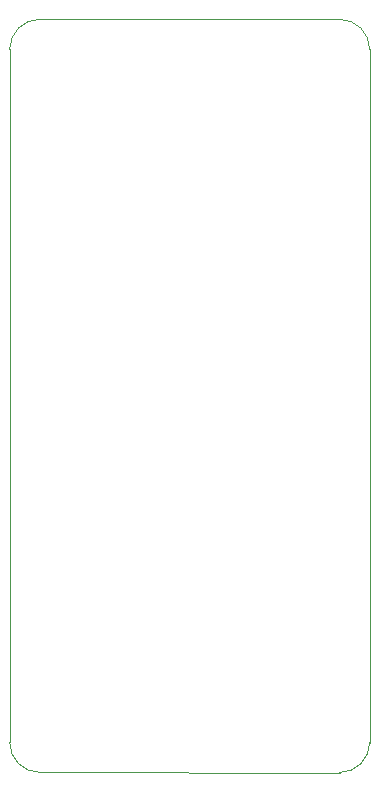
<source format=gm1>
%TF.GenerationSoftware,KiCad,Pcbnew,(6.0.0)*%
%TF.CreationDate,2022-04-01T00:42:52-07:00*%
%TF.ProjectId,motor-controller,6d6f746f-722d-4636-9f6e-74726f6c6c65,rev?*%
%TF.SameCoordinates,Original*%
%TF.FileFunction,Profile,NP*%
%FSLAX46Y46*%
G04 Gerber Fmt 4.6, Leading zero omitted, Abs format (unit mm)*
G04 Created by KiCad (PCBNEW (6.0.0)) date 2022-04-01 00:42:52*
%MOMM*%
%LPD*%
G01*
G04 APERTURE LIST*
%TA.AperFunction,Profile*%
%ADD10C,0.100000*%
%TD*%
G04 APERTURE END LIST*
D10*
X172212000Y-187470051D02*
X172212000Y-128778000D01*
X141732000Y-187452000D02*
X141732000Y-128778000D01*
X172212000Y-128778000D02*
G75*
G03*
X169672000Y-126238000I-2540001J-1D01*
G01*
X144272000Y-189992000D02*
X169672000Y-190010051D01*
X144272000Y-126238000D02*
G75*
G03*
X141732000Y-128778000I1J-2540001D01*
G01*
X169672000Y-190010051D02*
G75*
G03*
X172212000Y-187470051I-1J2540001D01*
G01*
X169672000Y-126238000D02*
X144272000Y-126238000D01*
X141732000Y-187452000D02*
G75*
G03*
X144272000Y-189992000I2540000J0D01*
G01*
M02*

</source>
